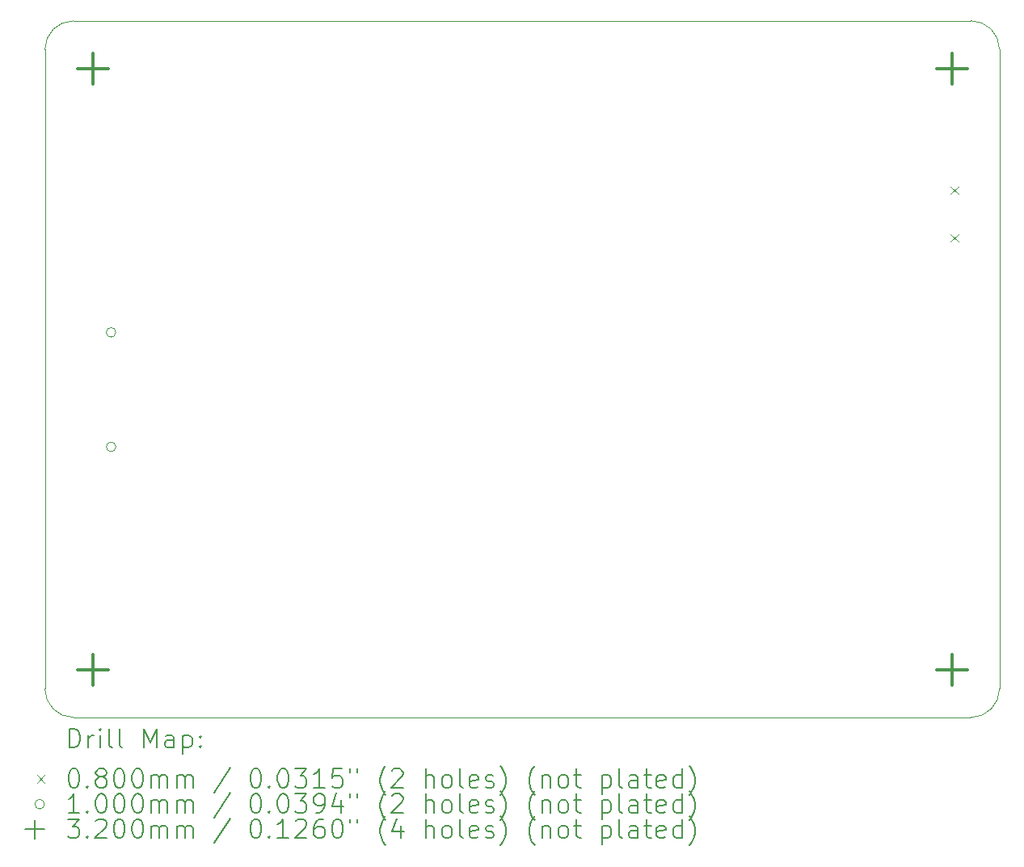
<source format=gbr>
%TF.GenerationSoftware,KiCad,Pcbnew,7.0.9*%
%TF.CreationDate,2023-12-02T16:20:18-07:00*%
%TF.ProjectId,Fuel_Cell_Controller_Prototype,4675656c-5f43-4656-9c6c-5f436f6e7472,V1.0*%
%TF.SameCoordinates,Original*%
%TF.FileFunction,Drillmap*%
%TF.FilePolarity,Positive*%
%FSLAX45Y45*%
G04 Gerber Fmt 4.5, Leading zero omitted, Abs format (unit mm)*
G04 Created by KiCad (PCBNEW 7.0.9) date 2023-12-02 16:20:18*
%MOMM*%
%LPD*%
G01*
G04 APERTURE LIST*
%ADD10C,0.100000*%
%ADD11C,0.200000*%
%ADD12C,0.320000*%
G04 APERTURE END LIST*
D10*
X19900000Y-6600000D02*
G75*
G03*
X19600000Y-6300000I-300000J0D01*
G01*
X9900000Y-13300000D02*
G75*
G03*
X10200000Y-13600000I300000J0D01*
G01*
X9900000Y-13300000D02*
X9900000Y-6600000D01*
X10200000Y-6300000D02*
X19600000Y-6300000D01*
X19900000Y-6600000D02*
X19900000Y-13300000D01*
X10200000Y-6300000D02*
G75*
G03*
X9900000Y-6600000I0J-300000D01*
G01*
X19600000Y-13600000D02*
G75*
G03*
X19900000Y-13300000I0J300000D01*
G01*
X19600000Y-13600000D02*
X10200000Y-13600000D01*
D11*
D10*
X19387200Y-8034700D02*
X19467200Y-8114700D01*
X19467200Y-8034700D02*
X19387200Y-8114700D01*
X19387200Y-8534700D02*
X19467200Y-8614700D01*
X19467200Y-8534700D02*
X19387200Y-8614700D01*
X10642650Y-9565350D02*
G75*
G03*
X10642650Y-9565350I-50000J0D01*
G01*
X10642650Y-10765350D02*
G75*
G03*
X10642650Y-10765350I-50000J0D01*
G01*
D12*
X10400000Y-6640000D02*
X10400000Y-6960000D01*
X10240000Y-6800000D02*
X10560000Y-6800000D01*
X10400000Y-12940000D02*
X10400000Y-13260000D01*
X10240000Y-13100000D02*
X10560000Y-13100000D01*
X19400000Y-6640000D02*
X19400000Y-6960000D01*
X19240000Y-6800000D02*
X19560000Y-6800000D01*
X19400000Y-12940000D02*
X19400000Y-13260000D01*
X19240000Y-13100000D02*
X19560000Y-13100000D01*
D11*
X10155777Y-13916484D02*
X10155777Y-13716484D01*
X10155777Y-13716484D02*
X10203396Y-13716484D01*
X10203396Y-13716484D02*
X10231967Y-13726008D01*
X10231967Y-13726008D02*
X10251015Y-13745055D01*
X10251015Y-13745055D02*
X10260539Y-13764103D01*
X10260539Y-13764103D02*
X10270063Y-13802198D01*
X10270063Y-13802198D02*
X10270063Y-13830769D01*
X10270063Y-13830769D02*
X10260539Y-13868865D01*
X10260539Y-13868865D02*
X10251015Y-13887912D01*
X10251015Y-13887912D02*
X10231967Y-13906960D01*
X10231967Y-13906960D02*
X10203396Y-13916484D01*
X10203396Y-13916484D02*
X10155777Y-13916484D01*
X10355777Y-13916484D02*
X10355777Y-13783150D01*
X10355777Y-13821246D02*
X10365301Y-13802198D01*
X10365301Y-13802198D02*
X10374824Y-13792674D01*
X10374824Y-13792674D02*
X10393872Y-13783150D01*
X10393872Y-13783150D02*
X10412920Y-13783150D01*
X10479586Y-13916484D02*
X10479586Y-13783150D01*
X10479586Y-13716484D02*
X10470063Y-13726008D01*
X10470063Y-13726008D02*
X10479586Y-13735531D01*
X10479586Y-13735531D02*
X10489110Y-13726008D01*
X10489110Y-13726008D02*
X10479586Y-13716484D01*
X10479586Y-13716484D02*
X10479586Y-13735531D01*
X10603396Y-13916484D02*
X10584348Y-13906960D01*
X10584348Y-13906960D02*
X10574824Y-13887912D01*
X10574824Y-13887912D02*
X10574824Y-13716484D01*
X10708158Y-13916484D02*
X10689110Y-13906960D01*
X10689110Y-13906960D02*
X10679586Y-13887912D01*
X10679586Y-13887912D02*
X10679586Y-13716484D01*
X10936729Y-13916484D02*
X10936729Y-13716484D01*
X10936729Y-13716484D02*
X11003396Y-13859341D01*
X11003396Y-13859341D02*
X11070063Y-13716484D01*
X11070063Y-13716484D02*
X11070063Y-13916484D01*
X11251015Y-13916484D02*
X11251015Y-13811722D01*
X11251015Y-13811722D02*
X11241491Y-13792674D01*
X11241491Y-13792674D02*
X11222443Y-13783150D01*
X11222443Y-13783150D02*
X11184348Y-13783150D01*
X11184348Y-13783150D02*
X11165301Y-13792674D01*
X11251015Y-13906960D02*
X11231967Y-13916484D01*
X11231967Y-13916484D02*
X11184348Y-13916484D01*
X11184348Y-13916484D02*
X11165301Y-13906960D01*
X11165301Y-13906960D02*
X11155777Y-13887912D01*
X11155777Y-13887912D02*
X11155777Y-13868865D01*
X11155777Y-13868865D02*
X11165301Y-13849817D01*
X11165301Y-13849817D02*
X11184348Y-13840293D01*
X11184348Y-13840293D02*
X11231967Y-13840293D01*
X11231967Y-13840293D02*
X11251015Y-13830769D01*
X11346253Y-13783150D02*
X11346253Y-13983150D01*
X11346253Y-13792674D02*
X11365301Y-13783150D01*
X11365301Y-13783150D02*
X11403396Y-13783150D01*
X11403396Y-13783150D02*
X11422443Y-13792674D01*
X11422443Y-13792674D02*
X11431967Y-13802198D01*
X11431967Y-13802198D02*
X11441491Y-13821246D01*
X11441491Y-13821246D02*
X11441491Y-13878388D01*
X11441491Y-13878388D02*
X11431967Y-13897436D01*
X11431967Y-13897436D02*
X11422443Y-13906960D01*
X11422443Y-13906960D02*
X11403396Y-13916484D01*
X11403396Y-13916484D02*
X11365301Y-13916484D01*
X11365301Y-13916484D02*
X11346253Y-13906960D01*
X11527205Y-13897436D02*
X11536729Y-13906960D01*
X11536729Y-13906960D02*
X11527205Y-13916484D01*
X11527205Y-13916484D02*
X11517682Y-13906960D01*
X11517682Y-13906960D02*
X11527205Y-13897436D01*
X11527205Y-13897436D02*
X11527205Y-13916484D01*
X11527205Y-13792674D02*
X11536729Y-13802198D01*
X11536729Y-13802198D02*
X11527205Y-13811722D01*
X11527205Y-13811722D02*
X11517682Y-13802198D01*
X11517682Y-13802198D02*
X11527205Y-13792674D01*
X11527205Y-13792674D02*
X11527205Y-13811722D01*
D10*
X9815000Y-14205000D02*
X9895000Y-14285000D01*
X9895000Y-14205000D02*
X9815000Y-14285000D01*
D11*
X10193872Y-14136484D02*
X10212920Y-14136484D01*
X10212920Y-14136484D02*
X10231967Y-14146008D01*
X10231967Y-14146008D02*
X10241491Y-14155531D01*
X10241491Y-14155531D02*
X10251015Y-14174579D01*
X10251015Y-14174579D02*
X10260539Y-14212674D01*
X10260539Y-14212674D02*
X10260539Y-14260293D01*
X10260539Y-14260293D02*
X10251015Y-14298388D01*
X10251015Y-14298388D02*
X10241491Y-14317436D01*
X10241491Y-14317436D02*
X10231967Y-14326960D01*
X10231967Y-14326960D02*
X10212920Y-14336484D01*
X10212920Y-14336484D02*
X10193872Y-14336484D01*
X10193872Y-14336484D02*
X10174824Y-14326960D01*
X10174824Y-14326960D02*
X10165301Y-14317436D01*
X10165301Y-14317436D02*
X10155777Y-14298388D01*
X10155777Y-14298388D02*
X10146253Y-14260293D01*
X10146253Y-14260293D02*
X10146253Y-14212674D01*
X10146253Y-14212674D02*
X10155777Y-14174579D01*
X10155777Y-14174579D02*
X10165301Y-14155531D01*
X10165301Y-14155531D02*
X10174824Y-14146008D01*
X10174824Y-14146008D02*
X10193872Y-14136484D01*
X10346253Y-14317436D02*
X10355777Y-14326960D01*
X10355777Y-14326960D02*
X10346253Y-14336484D01*
X10346253Y-14336484D02*
X10336729Y-14326960D01*
X10336729Y-14326960D02*
X10346253Y-14317436D01*
X10346253Y-14317436D02*
X10346253Y-14336484D01*
X10470063Y-14222198D02*
X10451015Y-14212674D01*
X10451015Y-14212674D02*
X10441491Y-14203150D01*
X10441491Y-14203150D02*
X10431967Y-14184103D01*
X10431967Y-14184103D02*
X10431967Y-14174579D01*
X10431967Y-14174579D02*
X10441491Y-14155531D01*
X10441491Y-14155531D02*
X10451015Y-14146008D01*
X10451015Y-14146008D02*
X10470063Y-14136484D01*
X10470063Y-14136484D02*
X10508158Y-14136484D01*
X10508158Y-14136484D02*
X10527205Y-14146008D01*
X10527205Y-14146008D02*
X10536729Y-14155531D01*
X10536729Y-14155531D02*
X10546253Y-14174579D01*
X10546253Y-14174579D02*
X10546253Y-14184103D01*
X10546253Y-14184103D02*
X10536729Y-14203150D01*
X10536729Y-14203150D02*
X10527205Y-14212674D01*
X10527205Y-14212674D02*
X10508158Y-14222198D01*
X10508158Y-14222198D02*
X10470063Y-14222198D01*
X10470063Y-14222198D02*
X10451015Y-14231722D01*
X10451015Y-14231722D02*
X10441491Y-14241246D01*
X10441491Y-14241246D02*
X10431967Y-14260293D01*
X10431967Y-14260293D02*
X10431967Y-14298388D01*
X10431967Y-14298388D02*
X10441491Y-14317436D01*
X10441491Y-14317436D02*
X10451015Y-14326960D01*
X10451015Y-14326960D02*
X10470063Y-14336484D01*
X10470063Y-14336484D02*
X10508158Y-14336484D01*
X10508158Y-14336484D02*
X10527205Y-14326960D01*
X10527205Y-14326960D02*
X10536729Y-14317436D01*
X10536729Y-14317436D02*
X10546253Y-14298388D01*
X10546253Y-14298388D02*
X10546253Y-14260293D01*
X10546253Y-14260293D02*
X10536729Y-14241246D01*
X10536729Y-14241246D02*
X10527205Y-14231722D01*
X10527205Y-14231722D02*
X10508158Y-14222198D01*
X10670063Y-14136484D02*
X10689110Y-14136484D01*
X10689110Y-14136484D02*
X10708158Y-14146008D01*
X10708158Y-14146008D02*
X10717682Y-14155531D01*
X10717682Y-14155531D02*
X10727205Y-14174579D01*
X10727205Y-14174579D02*
X10736729Y-14212674D01*
X10736729Y-14212674D02*
X10736729Y-14260293D01*
X10736729Y-14260293D02*
X10727205Y-14298388D01*
X10727205Y-14298388D02*
X10717682Y-14317436D01*
X10717682Y-14317436D02*
X10708158Y-14326960D01*
X10708158Y-14326960D02*
X10689110Y-14336484D01*
X10689110Y-14336484D02*
X10670063Y-14336484D01*
X10670063Y-14336484D02*
X10651015Y-14326960D01*
X10651015Y-14326960D02*
X10641491Y-14317436D01*
X10641491Y-14317436D02*
X10631967Y-14298388D01*
X10631967Y-14298388D02*
X10622444Y-14260293D01*
X10622444Y-14260293D02*
X10622444Y-14212674D01*
X10622444Y-14212674D02*
X10631967Y-14174579D01*
X10631967Y-14174579D02*
X10641491Y-14155531D01*
X10641491Y-14155531D02*
X10651015Y-14146008D01*
X10651015Y-14146008D02*
X10670063Y-14136484D01*
X10860539Y-14136484D02*
X10879586Y-14136484D01*
X10879586Y-14136484D02*
X10898634Y-14146008D01*
X10898634Y-14146008D02*
X10908158Y-14155531D01*
X10908158Y-14155531D02*
X10917682Y-14174579D01*
X10917682Y-14174579D02*
X10927205Y-14212674D01*
X10927205Y-14212674D02*
X10927205Y-14260293D01*
X10927205Y-14260293D02*
X10917682Y-14298388D01*
X10917682Y-14298388D02*
X10908158Y-14317436D01*
X10908158Y-14317436D02*
X10898634Y-14326960D01*
X10898634Y-14326960D02*
X10879586Y-14336484D01*
X10879586Y-14336484D02*
X10860539Y-14336484D01*
X10860539Y-14336484D02*
X10841491Y-14326960D01*
X10841491Y-14326960D02*
X10831967Y-14317436D01*
X10831967Y-14317436D02*
X10822444Y-14298388D01*
X10822444Y-14298388D02*
X10812920Y-14260293D01*
X10812920Y-14260293D02*
X10812920Y-14212674D01*
X10812920Y-14212674D02*
X10822444Y-14174579D01*
X10822444Y-14174579D02*
X10831967Y-14155531D01*
X10831967Y-14155531D02*
X10841491Y-14146008D01*
X10841491Y-14146008D02*
X10860539Y-14136484D01*
X11012920Y-14336484D02*
X11012920Y-14203150D01*
X11012920Y-14222198D02*
X11022444Y-14212674D01*
X11022444Y-14212674D02*
X11041491Y-14203150D01*
X11041491Y-14203150D02*
X11070063Y-14203150D01*
X11070063Y-14203150D02*
X11089110Y-14212674D01*
X11089110Y-14212674D02*
X11098634Y-14231722D01*
X11098634Y-14231722D02*
X11098634Y-14336484D01*
X11098634Y-14231722D02*
X11108158Y-14212674D01*
X11108158Y-14212674D02*
X11127205Y-14203150D01*
X11127205Y-14203150D02*
X11155777Y-14203150D01*
X11155777Y-14203150D02*
X11174825Y-14212674D01*
X11174825Y-14212674D02*
X11184348Y-14231722D01*
X11184348Y-14231722D02*
X11184348Y-14336484D01*
X11279586Y-14336484D02*
X11279586Y-14203150D01*
X11279586Y-14222198D02*
X11289110Y-14212674D01*
X11289110Y-14212674D02*
X11308158Y-14203150D01*
X11308158Y-14203150D02*
X11336729Y-14203150D01*
X11336729Y-14203150D02*
X11355777Y-14212674D01*
X11355777Y-14212674D02*
X11365301Y-14231722D01*
X11365301Y-14231722D02*
X11365301Y-14336484D01*
X11365301Y-14231722D02*
X11374824Y-14212674D01*
X11374824Y-14212674D02*
X11393872Y-14203150D01*
X11393872Y-14203150D02*
X11422443Y-14203150D01*
X11422443Y-14203150D02*
X11441491Y-14212674D01*
X11441491Y-14212674D02*
X11451015Y-14231722D01*
X11451015Y-14231722D02*
X11451015Y-14336484D01*
X11841491Y-14126960D02*
X11670063Y-14384103D01*
X12098634Y-14136484D02*
X12117682Y-14136484D01*
X12117682Y-14136484D02*
X12136729Y-14146008D01*
X12136729Y-14146008D02*
X12146253Y-14155531D01*
X12146253Y-14155531D02*
X12155777Y-14174579D01*
X12155777Y-14174579D02*
X12165301Y-14212674D01*
X12165301Y-14212674D02*
X12165301Y-14260293D01*
X12165301Y-14260293D02*
X12155777Y-14298388D01*
X12155777Y-14298388D02*
X12146253Y-14317436D01*
X12146253Y-14317436D02*
X12136729Y-14326960D01*
X12136729Y-14326960D02*
X12117682Y-14336484D01*
X12117682Y-14336484D02*
X12098634Y-14336484D01*
X12098634Y-14336484D02*
X12079586Y-14326960D01*
X12079586Y-14326960D02*
X12070063Y-14317436D01*
X12070063Y-14317436D02*
X12060539Y-14298388D01*
X12060539Y-14298388D02*
X12051015Y-14260293D01*
X12051015Y-14260293D02*
X12051015Y-14212674D01*
X12051015Y-14212674D02*
X12060539Y-14174579D01*
X12060539Y-14174579D02*
X12070063Y-14155531D01*
X12070063Y-14155531D02*
X12079586Y-14146008D01*
X12079586Y-14146008D02*
X12098634Y-14136484D01*
X12251015Y-14317436D02*
X12260539Y-14326960D01*
X12260539Y-14326960D02*
X12251015Y-14336484D01*
X12251015Y-14336484D02*
X12241491Y-14326960D01*
X12241491Y-14326960D02*
X12251015Y-14317436D01*
X12251015Y-14317436D02*
X12251015Y-14336484D01*
X12384348Y-14136484D02*
X12403396Y-14136484D01*
X12403396Y-14136484D02*
X12422444Y-14146008D01*
X12422444Y-14146008D02*
X12431967Y-14155531D01*
X12431967Y-14155531D02*
X12441491Y-14174579D01*
X12441491Y-14174579D02*
X12451015Y-14212674D01*
X12451015Y-14212674D02*
X12451015Y-14260293D01*
X12451015Y-14260293D02*
X12441491Y-14298388D01*
X12441491Y-14298388D02*
X12431967Y-14317436D01*
X12431967Y-14317436D02*
X12422444Y-14326960D01*
X12422444Y-14326960D02*
X12403396Y-14336484D01*
X12403396Y-14336484D02*
X12384348Y-14336484D01*
X12384348Y-14336484D02*
X12365301Y-14326960D01*
X12365301Y-14326960D02*
X12355777Y-14317436D01*
X12355777Y-14317436D02*
X12346253Y-14298388D01*
X12346253Y-14298388D02*
X12336729Y-14260293D01*
X12336729Y-14260293D02*
X12336729Y-14212674D01*
X12336729Y-14212674D02*
X12346253Y-14174579D01*
X12346253Y-14174579D02*
X12355777Y-14155531D01*
X12355777Y-14155531D02*
X12365301Y-14146008D01*
X12365301Y-14146008D02*
X12384348Y-14136484D01*
X12517682Y-14136484D02*
X12641491Y-14136484D01*
X12641491Y-14136484D02*
X12574825Y-14212674D01*
X12574825Y-14212674D02*
X12603396Y-14212674D01*
X12603396Y-14212674D02*
X12622444Y-14222198D01*
X12622444Y-14222198D02*
X12631967Y-14231722D01*
X12631967Y-14231722D02*
X12641491Y-14250769D01*
X12641491Y-14250769D02*
X12641491Y-14298388D01*
X12641491Y-14298388D02*
X12631967Y-14317436D01*
X12631967Y-14317436D02*
X12622444Y-14326960D01*
X12622444Y-14326960D02*
X12603396Y-14336484D01*
X12603396Y-14336484D02*
X12546253Y-14336484D01*
X12546253Y-14336484D02*
X12527206Y-14326960D01*
X12527206Y-14326960D02*
X12517682Y-14317436D01*
X12831967Y-14336484D02*
X12717682Y-14336484D01*
X12774825Y-14336484D02*
X12774825Y-14136484D01*
X12774825Y-14136484D02*
X12755777Y-14165055D01*
X12755777Y-14165055D02*
X12736729Y-14184103D01*
X12736729Y-14184103D02*
X12717682Y-14193627D01*
X13012920Y-14136484D02*
X12917682Y-14136484D01*
X12917682Y-14136484D02*
X12908158Y-14231722D01*
X12908158Y-14231722D02*
X12917682Y-14222198D01*
X12917682Y-14222198D02*
X12936729Y-14212674D01*
X12936729Y-14212674D02*
X12984348Y-14212674D01*
X12984348Y-14212674D02*
X13003396Y-14222198D01*
X13003396Y-14222198D02*
X13012920Y-14231722D01*
X13012920Y-14231722D02*
X13022444Y-14250769D01*
X13022444Y-14250769D02*
X13022444Y-14298388D01*
X13022444Y-14298388D02*
X13012920Y-14317436D01*
X13012920Y-14317436D02*
X13003396Y-14326960D01*
X13003396Y-14326960D02*
X12984348Y-14336484D01*
X12984348Y-14336484D02*
X12936729Y-14336484D01*
X12936729Y-14336484D02*
X12917682Y-14326960D01*
X12917682Y-14326960D02*
X12908158Y-14317436D01*
X13098634Y-14136484D02*
X13098634Y-14174579D01*
X13174825Y-14136484D02*
X13174825Y-14174579D01*
X13470063Y-14412674D02*
X13460539Y-14403150D01*
X13460539Y-14403150D02*
X13441491Y-14374579D01*
X13441491Y-14374579D02*
X13431968Y-14355531D01*
X13431968Y-14355531D02*
X13422444Y-14326960D01*
X13422444Y-14326960D02*
X13412920Y-14279341D01*
X13412920Y-14279341D02*
X13412920Y-14241246D01*
X13412920Y-14241246D02*
X13422444Y-14193627D01*
X13422444Y-14193627D02*
X13431968Y-14165055D01*
X13431968Y-14165055D02*
X13441491Y-14146008D01*
X13441491Y-14146008D02*
X13460539Y-14117436D01*
X13460539Y-14117436D02*
X13470063Y-14107912D01*
X13536729Y-14155531D02*
X13546253Y-14146008D01*
X13546253Y-14146008D02*
X13565301Y-14136484D01*
X13565301Y-14136484D02*
X13612920Y-14136484D01*
X13612920Y-14136484D02*
X13631968Y-14146008D01*
X13631968Y-14146008D02*
X13641491Y-14155531D01*
X13641491Y-14155531D02*
X13651015Y-14174579D01*
X13651015Y-14174579D02*
X13651015Y-14193627D01*
X13651015Y-14193627D02*
X13641491Y-14222198D01*
X13641491Y-14222198D02*
X13527206Y-14336484D01*
X13527206Y-14336484D02*
X13651015Y-14336484D01*
X13889110Y-14336484D02*
X13889110Y-14136484D01*
X13974825Y-14336484D02*
X13974825Y-14231722D01*
X13974825Y-14231722D02*
X13965301Y-14212674D01*
X13965301Y-14212674D02*
X13946253Y-14203150D01*
X13946253Y-14203150D02*
X13917682Y-14203150D01*
X13917682Y-14203150D02*
X13898634Y-14212674D01*
X13898634Y-14212674D02*
X13889110Y-14222198D01*
X14098634Y-14336484D02*
X14079587Y-14326960D01*
X14079587Y-14326960D02*
X14070063Y-14317436D01*
X14070063Y-14317436D02*
X14060539Y-14298388D01*
X14060539Y-14298388D02*
X14060539Y-14241246D01*
X14060539Y-14241246D02*
X14070063Y-14222198D01*
X14070063Y-14222198D02*
X14079587Y-14212674D01*
X14079587Y-14212674D02*
X14098634Y-14203150D01*
X14098634Y-14203150D02*
X14127206Y-14203150D01*
X14127206Y-14203150D02*
X14146253Y-14212674D01*
X14146253Y-14212674D02*
X14155777Y-14222198D01*
X14155777Y-14222198D02*
X14165301Y-14241246D01*
X14165301Y-14241246D02*
X14165301Y-14298388D01*
X14165301Y-14298388D02*
X14155777Y-14317436D01*
X14155777Y-14317436D02*
X14146253Y-14326960D01*
X14146253Y-14326960D02*
X14127206Y-14336484D01*
X14127206Y-14336484D02*
X14098634Y-14336484D01*
X14279587Y-14336484D02*
X14260539Y-14326960D01*
X14260539Y-14326960D02*
X14251015Y-14307912D01*
X14251015Y-14307912D02*
X14251015Y-14136484D01*
X14431968Y-14326960D02*
X14412920Y-14336484D01*
X14412920Y-14336484D02*
X14374825Y-14336484D01*
X14374825Y-14336484D02*
X14355777Y-14326960D01*
X14355777Y-14326960D02*
X14346253Y-14307912D01*
X14346253Y-14307912D02*
X14346253Y-14231722D01*
X14346253Y-14231722D02*
X14355777Y-14212674D01*
X14355777Y-14212674D02*
X14374825Y-14203150D01*
X14374825Y-14203150D02*
X14412920Y-14203150D01*
X14412920Y-14203150D02*
X14431968Y-14212674D01*
X14431968Y-14212674D02*
X14441491Y-14231722D01*
X14441491Y-14231722D02*
X14441491Y-14250769D01*
X14441491Y-14250769D02*
X14346253Y-14269817D01*
X14517682Y-14326960D02*
X14536730Y-14336484D01*
X14536730Y-14336484D02*
X14574825Y-14336484D01*
X14574825Y-14336484D02*
X14593872Y-14326960D01*
X14593872Y-14326960D02*
X14603396Y-14307912D01*
X14603396Y-14307912D02*
X14603396Y-14298388D01*
X14603396Y-14298388D02*
X14593872Y-14279341D01*
X14593872Y-14279341D02*
X14574825Y-14269817D01*
X14574825Y-14269817D02*
X14546253Y-14269817D01*
X14546253Y-14269817D02*
X14527206Y-14260293D01*
X14527206Y-14260293D02*
X14517682Y-14241246D01*
X14517682Y-14241246D02*
X14517682Y-14231722D01*
X14517682Y-14231722D02*
X14527206Y-14212674D01*
X14527206Y-14212674D02*
X14546253Y-14203150D01*
X14546253Y-14203150D02*
X14574825Y-14203150D01*
X14574825Y-14203150D02*
X14593872Y-14212674D01*
X14670063Y-14412674D02*
X14679587Y-14403150D01*
X14679587Y-14403150D02*
X14698634Y-14374579D01*
X14698634Y-14374579D02*
X14708158Y-14355531D01*
X14708158Y-14355531D02*
X14717682Y-14326960D01*
X14717682Y-14326960D02*
X14727206Y-14279341D01*
X14727206Y-14279341D02*
X14727206Y-14241246D01*
X14727206Y-14241246D02*
X14717682Y-14193627D01*
X14717682Y-14193627D02*
X14708158Y-14165055D01*
X14708158Y-14165055D02*
X14698634Y-14146008D01*
X14698634Y-14146008D02*
X14679587Y-14117436D01*
X14679587Y-14117436D02*
X14670063Y-14107912D01*
X15031968Y-14412674D02*
X15022444Y-14403150D01*
X15022444Y-14403150D02*
X15003396Y-14374579D01*
X15003396Y-14374579D02*
X14993872Y-14355531D01*
X14993872Y-14355531D02*
X14984349Y-14326960D01*
X14984349Y-14326960D02*
X14974825Y-14279341D01*
X14974825Y-14279341D02*
X14974825Y-14241246D01*
X14974825Y-14241246D02*
X14984349Y-14193627D01*
X14984349Y-14193627D02*
X14993872Y-14165055D01*
X14993872Y-14165055D02*
X15003396Y-14146008D01*
X15003396Y-14146008D02*
X15022444Y-14117436D01*
X15022444Y-14117436D02*
X15031968Y-14107912D01*
X15108158Y-14203150D02*
X15108158Y-14336484D01*
X15108158Y-14222198D02*
X15117682Y-14212674D01*
X15117682Y-14212674D02*
X15136730Y-14203150D01*
X15136730Y-14203150D02*
X15165301Y-14203150D01*
X15165301Y-14203150D02*
X15184349Y-14212674D01*
X15184349Y-14212674D02*
X15193872Y-14231722D01*
X15193872Y-14231722D02*
X15193872Y-14336484D01*
X15317682Y-14336484D02*
X15298634Y-14326960D01*
X15298634Y-14326960D02*
X15289111Y-14317436D01*
X15289111Y-14317436D02*
X15279587Y-14298388D01*
X15279587Y-14298388D02*
X15279587Y-14241246D01*
X15279587Y-14241246D02*
X15289111Y-14222198D01*
X15289111Y-14222198D02*
X15298634Y-14212674D01*
X15298634Y-14212674D02*
X15317682Y-14203150D01*
X15317682Y-14203150D02*
X15346253Y-14203150D01*
X15346253Y-14203150D02*
X15365301Y-14212674D01*
X15365301Y-14212674D02*
X15374825Y-14222198D01*
X15374825Y-14222198D02*
X15384349Y-14241246D01*
X15384349Y-14241246D02*
X15384349Y-14298388D01*
X15384349Y-14298388D02*
X15374825Y-14317436D01*
X15374825Y-14317436D02*
X15365301Y-14326960D01*
X15365301Y-14326960D02*
X15346253Y-14336484D01*
X15346253Y-14336484D02*
X15317682Y-14336484D01*
X15441492Y-14203150D02*
X15517682Y-14203150D01*
X15470063Y-14136484D02*
X15470063Y-14307912D01*
X15470063Y-14307912D02*
X15479587Y-14326960D01*
X15479587Y-14326960D02*
X15498634Y-14336484D01*
X15498634Y-14336484D02*
X15517682Y-14336484D01*
X15736730Y-14203150D02*
X15736730Y-14403150D01*
X15736730Y-14212674D02*
X15755777Y-14203150D01*
X15755777Y-14203150D02*
X15793873Y-14203150D01*
X15793873Y-14203150D02*
X15812920Y-14212674D01*
X15812920Y-14212674D02*
X15822444Y-14222198D01*
X15822444Y-14222198D02*
X15831968Y-14241246D01*
X15831968Y-14241246D02*
X15831968Y-14298388D01*
X15831968Y-14298388D02*
X15822444Y-14317436D01*
X15822444Y-14317436D02*
X15812920Y-14326960D01*
X15812920Y-14326960D02*
X15793873Y-14336484D01*
X15793873Y-14336484D02*
X15755777Y-14336484D01*
X15755777Y-14336484D02*
X15736730Y-14326960D01*
X15946253Y-14336484D02*
X15927206Y-14326960D01*
X15927206Y-14326960D02*
X15917682Y-14307912D01*
X15917682Y-14307912D02*
X15917682Y-14136484D01*
X16108158Y-14336484D02*
X16108158Y-14231722D01*
X16108158Y-14231722D02*
X16098634Y-14212674D01*
X16098634Y-14212674D02*
X16079587Y-14203150D01*
X16079587Y-14203150D02*
X16041492Y-14203150D01*
X16041492Y-14203150D02*
X16022444Y-14212674D01*
X16108158Y-14326960D02*
X16089111Y-14336484D01*
X16089111Y-14336484D02*
X16041492Y-14336484D01*
X16041492Y-14336484D02*
X16022444Y-14326960D01*
X16022444Y-14326960D02*
X16012920Y-14307912D01*
X16012920Y-14307912D02*
X16012920Y-14288865D01*
X16012920Y-14288865D02*
X16022444Y-14269817D01*
X16022444Y-14269817D02*
X16041492Y-14260293D01*
X16041492Y-14260293D02*
X16089111Y-14260293D01*
X16089111Y-14260293D02*
X16108158Y-14250769D01*
X16174825Y-14203150D02*
X16251015Y-14203150D01*
X16203396Y-14136484D02*
X16203396Y-14307912D01*
X16203396Y-14307912D02*
X16212920Y-14326960D01*
X16212920Y-14326960D02*
X16231968Y-14336484D01*
X16231968Y-14336484D02*
X16251015Y-14336484D01*
X16393873Y-14326960D02*
X16374825Y-14336484D01*
X16374825Y-14336484D02*
X16336730Y-14336484D01*
X16336730Y-14336484D02*
X16317682Y-14326960D01*
X16317682Y-14326960D02*
X16308158Y-14307912D01*
X16308158Y-14307912D02*
X16308158Y-14231722D01*
X16308158Y-14231722D02*
X16317682Y-14212674D01*
X16317682Y-14212674D02*
X16336730Y-14203150D01*
X16336730Y-14203150D02*
X16374825Y-14203150D01*
X16374825Y-14203150D02*
X16393873Y-14212674D01*
X16393873Y-14212674D02*
X16403396Y-14231722D01*
X16403396Y-14231722D02*
X16403396Y-14250769D01*
X16403396Y-14250769D02*
X16308158Y-14269817D01*
X16574825Y-14336484D02*
X16574825Y-14136484D01*
X16574825Y-14326960D02*
X16555777Y-14336484D01*
X16555777Y-14336484D02*
X16517682Y-14336484D01*
X16517682Y-14336484D02*
X16498634Y-14326960D01*
X16498634Y-14326960D02*
X16489111Y-14317436D01*
X16489111Y-14317436D02*
X16479587Y-14298388D01*
X16479587Y-14298388D02*
X16479587Y-14241246D01*
X16479587Y-14241246D02*
X16489111Y-14222198D01*
X16489111Y-14222198D02*
X16498634Y-14212674D01*
X16498634Y-14212674D02*
X16517682Y-14203150D01*
X16517682Y-14203150D02*
X16555777Y-14203150D01*
X16555777Y-14203150D02*
X16574825Y-14212674D01*
X16651015Y-14412674D02*
X16660539Y-14403150D01*
X16660539Y-14403150D02*
X16679587Y-14374579D01*
X16679587Y-14374579D02*
X16689111Y-14355531D01*
X16689111Y-14355531D02*
X16698634Y-14326960D01*
X16698634Y-14326960D02*
X16708158Y-14279341D01*
X16708158Y-14279341D02*
X16708158Y-14241246D01*
X16708158Y-14241246D02*
X16698634Y-14193627D01*
X16698634Y-14193627D02*
X16689111Y-14165055D01*
X16689111Y-14165055D02*
X16679587Y-14146008D01*
X16679587Y-14146008D02*
X16660539Y-14117436D01*
X16660539Y-14117436D02*
X16651015Y-14107912D01*
D10*
X9895000Y-14509000D02*
G75*
G03*
X9895000Y-14509000I-50000J0D01*
G01*
D11*
X10260539Y-14600484D02*
X10146253Y-14600484D01*
X10203396Y-14600484D02*
X10203396Y-14400484D01*
X10203396Y-14400484D02*
X10184348Y-14429055D01*
X10184348Y-14429055D02*
X10165301Y-14448103D01*
X10165301Y-14448103D02*
X10146253Y-14457627D01*
X10346253Y-14581436D02*
X10355777Y-14590960D01*
X10355777Y-14590960D02*
X10346253Y-14600484D01*
X10346253Y-14600484D02*
X10336729Y-14590960D01*
X10336729Y-14590960D02*
X10346253Y-14581436D01*
X10346253Y-14581436D02*
X10346253Y-14600484D01*
X10479586Y-14400484D02*
X10498634Y-14400484D01*
X10498634Y-14400484D02*
X10517682Y-14410008D01*
X10517682Y-14410008D02*
X10527205Y-14419531D01*
X10527205Y-14419531D02*
X10536729Y-14438579D01*
X10536729Y-14438579D02*
X10546253Y-14476674D01*
X10546253Y-14476674D02*
X10546253Y-14524293D01*
X10546253Y-14524293D02*
X10536729Y-14562388D01*
X10536729Y-14562388D02*
X10527205Y-14581436D01*
X10527205Y-14581436D02*
X10517682Y-14590960D01*
X10517682Y-14590960D02*
X10498634Y-14600484D01*
X10498634Y-14600484D02*
X10479586Y-14600484D01*
X10479586Y-14600484D02*
X10460539Y-14590960D01*
X10460539Y-14590960D02*
X10451015Y-14581436D01*
X10451015Y-14581436D02*
X10441491Y-14562388D01*
X10441491Y-14562388D02*
X10431967Y-14524293D01*
X10431967Y-14524293D02*
X10431967Y-14476674D01*
X10431967Y-14476674D02*
X10441491Y-14438579D01*
X10441491Y-14438579D02*
X10451015Y-14419531D01*
X10451015Y-14419531D02*
X10460539Y-14410008D01*
X10460539Y-14410008D02*
X10479586Y-14400484D01*
X10670063Y-14400484D02*
X10689110Y-14400484D01*
X10689110Y-14400484D02*
X10708158Y-14410008D01*
X10708158Y-14410008D02*
X10717682Y-14419531D01*
X10717682Y-14419531D02*
X10727205Y-14438579D01*
X10727205Y-14438579D02*
X10736729Y-14476674D01*
X10736729Y-14476674D02*
X10736729Y-14524293D01*
X10736729Y-14524293D02*
X10727205Y-14562388D01*
X10727205Y-14562388D02*
X10717682Y-14581436D01*
X10717682Y-14581436D02*
X10708158Y-14590960D01*
X10708158Y-14590960D02*
X10689110Y-14600484D01*
X10689110Y-14600484D02*
X10670063Y-14600484D01*
X10670063Y-14600484D02*
X10651015Y-14590960D01*
X10651015Y-14590960D02*
X10641491Y-14581436D01*
X10641491Y-14581436D02*
X10631967Y-14562388D01*
X10631967Y-14562388D02*
X10622444Y-14524293D01*
X10622444Y-14524293D02*
X10622444Y-14476674D01*
X10622444Y-14476674D02*
X10631967Y-14438579D01*
X10631967Y-14438579D02*
X10641491Y-14419531D01*
X10641491Y-14419531D02*
X10651015Y-14410008D01*
X10651015Y-14410008D02*
X10670063Y-14400484D01*
X10860539Y-14400484D02*
X10879586Y-14400484D01*
X10879586Y-14400484D02*
X10898634Y-14410008D01*
X10898634Y-14410008D02*
X10908158Y-14419531D01*
X10908158Y-14419531D02*
X10917682Y-14438579D01*
X10917682Y-14438579D02*
X10927205Y-14476674D01*
X10927205Y-14476674D02*
X10927205Y-14524293D01*
X10927205Y-14524293D02*
X10917682Y-14562388D01*
X10917682Y-14562388D02*
X10908158Y-14581436D01*
X10908158Y-14581436D02*
X10898634Y-14590960D01*
X10898634Y-14590960D02*
X10879586Y-14600484D01*
X10879586Y-14600484D02*
X10860539Y-14600484D01*
X10860539Y-14600484D02*
X10841491Y-14590960D01*
X10841491Y-14590960D02*
X10831967Y-14581436D01*
X10831967Y-14581436D02*
X10822444Y-14562388D01*
X10822444Y-14562388D02*
X10812920Y-14524293D01*
X10812920Y-14524293D02*
X10812920Y-14476674D01*
X10812920Y-14476674D02*
X10822444Y-14438579D01*
X10822444Y-14438579D02*
X10831967Y-14419531D01*
X10831967Y-14419531D02*
X10841491Y-14410008D01*
X10841491Y-14410008D02*
X10860539Y-14400484D01*
X11012920Y-14600484D02*
X11012920Y-14467150D01*
X11012920Y-14486198D02*
X11022444Y-14476674D01*
X11022444Y-14476674D02*
X11041491Y-14467150D01*
X11041491Y-14467150D02*
X11070063Y-14467150D01*
X11070063Y-14467150D02*
X11089110Y-14476674D01*
X11089110Y-14476674D02*
X11098634Y-14495722D01*
X11098634Y-14495722D02*
X11098634Y-14600484D01*
X11098634Y-14495722D02*
X11108158Y-14476674D01*
X11108158Y-14476674D02*
X11127205Y-14467150D01*
X11127205Y-14467150D02*
X11155777Y-14467150D01*
X11155777Y-14467150D02*
X11174825Y-14476674D01*
X11174825Y-14476674D02*
X11184348Y-14495722D01*
X11184348Y-14495722D02*
X11184348Y-14600484D01*
X11279586Y-14600484D02*
X11279586Y-14467150D01*
X11279586Y-14486198D02*
X11289110Y-14476674D01*
X11289110Y-14476674D02*
X11308158Y-14467150D01*
X11308158Y-14467150D02*
X11336729Y-14467150D01*
X11336729Y-14467150D02*
X11355777Y-14476674D01*
X11355777Y-14476674D02*
X11365301Y-14495722D01*
X11365301Y-14495722D02*
X11365301Y-14600484D01*
X11365301Y-14495722D02*
X11374824Y-14476674D01*
X11374824Y-14476674D02*
X11393872Y-14467150D01*
X11393872Y-14467150D02*
X11422443Y-14467150D01*
X11422443Y-14467150D02*
X11441491Y-14476674D01*
X11441491Y-14476674D02*
X11451015Y-14495722D01*
X11451015Y-14495722D02*
X11451015Y-14600484D01*
X11841491Y-14390960D02*
X11670063Y-14648103D01*
X12098634Y-14400484D02*
X12117682Y-14400484D01*
X12117682Y-14400484D02*
X12136729Y-14410008D01*
X12136729Y-14410008D02*
X12146253Y-14419531D01*
X12146253Y-14419531D02*
X12155777Y-14438579D01*
X12155777Y-14438579D02*
X12165301Y-14476674D01*
X12165301Y-14476674D02*
X12165301Y-14524293D01*
X12165301Y-14524293D02*
X12155777Y-14562388D01*
X12155777Y-14562388D02*
X12146253Y-14581436D01*
X12146253Y-14581436D02*
X12136729Y-14590960D01*
X12136729Y-14590960D02*
X12117682Y-14600484D01*
X12117682Y-14600484D02*
X12098634Y-14600484D01*
X12098634Y-14600484D02*
X12079586Y-14590960D01*
X12079586Y-14590960D02*
X12070063Y-14581436D01*
X12070063Y-14581436D02*
X12060539Y-14562388D01*
X12060539Y-14562388D02*
X12051015Y-14524293D01*
X12051015Y-14524293D02*
X12051015Y-14476674D01*
X12051015Y-14476674D02*
X12060539Y-14438579D01*
X12060539Y-14438579D02*
X12070063Y-14419531D01*
X12070063Y-14419531D02*
X12079586Y-14410008D01*
X12079586Y-14410008D02*
X12098634Y-14400484D01*
X12251015Y-14581436D02*
X12260539Y-14590960D01*
X12260539Y-14590960D02*
X12251015Y-14600484D01*
X12251015Y-14600484D02*
X12241491Y-14590960D01*
X12241491Y-14590960D02*
X12251015Y-14581436D01*
X12251015Y-14581436D02*
X12251015Y-14600484D01*
X12384348Y-14400484D02*
X12403396Y-14400484D01*
X12403396Y-14400484D02*
X12422444Y-14410008D01*
X12422444Y-14410008D02*
X12431967Y-14419531D01*
X12431967Y-14419531D02*
X12441491Y-14438579D01*
X12441491Y-14438579D02*
X12451015Y-14476674D01*
X12451015Y-14476674D02*
X12451015Y-14524293D01*
X12451015Y-14524293D02*
X12441491Y-14562388D01*
X12441491Y-14562388D02*
X12431967Y-14581436D01*
X12431967Y-14581436D02*
X12422444Y-14590960D01*
X12422444Y-14590960D02*
X12403396Y-14600484D01*
X12403396Y-14600484D02*
X12384348Y-14600484D01*
X12384348Y-14600484D02*
X12365301Y-14590960D01*
X12365301Y-14590960D02*
X12355777Y-14581436D01*
X12355777Y-14581436D02*
X12346253Y-14562388D01*
X12346253Y-14562388D02*
X12336729Y-14524293D01*
X12336729Y-14524293D02*
X12336729Y-14476674D01*
X12336729Y-14476674D02*
X12346253Y-14438579D01*
X12346253Y-14438579D02*
X12355777Y-14419531D01*
X12355777Y-14419531D02*
X12365301Y-14410008D01*
X12365301Y-14410008D02*
X12384348Y-14400484D01*
X12517682Y-14400484D02*
X12641491Y-14400484D01*
X12641491Y-14400484D02*
X12574825Y-14476674D01*
X12574825Y-14476674D02*
X12603396Y-14476674D01*
X12603396Y-14476674D02*
X12622444Y-14486198D01*
X12622444Y-14486198D02*
X12631967Y-14495722D01*
X12631967Y-14495722D02*
X12641491Y-14514769D01*
X12641491Y-14514769D02*
X12641491Y-14562388D01*
X12641491Y-14562388D02*
X12631967Y-14581436D01*
X12631967Y-14581436D02*
X12622444Y-14590960D01*
X12622444Y-14590960D02*
X12603396Y-14600484D01*
X12603396Y-14600484D02*
X12546253Y-14600484D01*
X12546253Y-14600484D02*
X12527206Y-14590960D01*
X12527206Y-14590960D02*
X12517682Y-14581436D01*
X12736729Y-14600484D02*
X12774825Y-14600484D01*
X12774825Y-14600484D02*
X12793872Y-14590960D01*
X12793872Y-14590960D02*
X12803396Y-14581436D01*
X12803396Y-14581436D02*
X12822444Y-14552865D01*
X12822444Y-14552865D02*
X12831967Y-14514769D01*
X12831967Y-14514769D02*
X12831967Y-14438579D01*
X12831967Y-14438579D02*
X12822444Y-14419531D01*
X12822444Y-14419531D02*
X12812920Y-14410008D01*
X12812920Y-14410008D02*
X12793872Y-14400484D01*
X12793872Y-14400484D02*
X12755777Y-14400484D01*
X12755777Y-14400484D02*
X12736729Y-14410008D01*
X12736729Y-14410008D02*
X12727206Y-14419531D01*
X12727206Y-14419531D02*
X12717682Y-14438579D01*
X12717682Y-14438579D02*
X12717682Y-14486198D01*
X12717682Y-14486198D02*
X12727206Y-14505246D01*
X12727206Y-14505246D02*
X12736729Y-14514769D01*
X12736729Y-14514769D02*
X12755777Y-14524293D01*
X12755777Y-14524293D02*
X12793872Y-14524293D01*
X12793872Y-14524293D02*
X12812920Y-14514769D01*
X12812920Y-14514769D02*
X12822444Y-14505246D01*
X12822444Y-14505246D02*
X12831967Y-14486198D01*
X13003396Y-14467150D02*
X13003396Y-14600484D01*
X12955777Y-14390960D02*
X12908158Y-14533817D01*
X12908158Y-14533817D02*
X13031967Y-14533817D01*
X13098634Y-14400484D02*
X13098634Y-14438579D01*
X13174825Y-14400484D02*
X13174825Y-14438579D01*
X13470063Y-14676674D02*
X13460539Y-14667150D01*
X13460539Y-14667150D02*
X13441491Y-14638579D01*
X13441491Y-14638579D02*
X13431968Y-14619531D01*
X13431968Y-14619531D02*
X13422444Y-14590960D01*
X13422444Y-14590960D02*
X13412920Y-14543341D01*
X13412920Y-14543341D02*
X13412920Y-14505246D01*
X13412920Y-14505246D02*
X13422444Y-14457627D01*
X13422444Y-14457627D02*
X13431968Y-14429055D01*
X13431968Y-14429055D02*
X13441491Y-14410008D01*
X13441491Y-14410008D02*
X13460539Y-14381436D01*
X13460539Y-14381436D02*
X13470063Y-14371912D01*
X13536729Y-14419531D02*
X13546253Y-14410008D01*
X13546253Y-14410008D02*
X13565301Y-14400484D01*
X13565301Y-14400484D02*
X13612920Y-14400484D01*
X13612920Y-14400484D02*
X13631968Y-14410008D01*
X13631968Y-14410008D02*
X13641491Y-14419531D01*
X13641491Y-14419531D02*
X13651015Y-14438579D01*
X13651015Y-14438579D02*
X13651015Y-14457627D01*
X13651015Y-14457627D02*
X13641491Y-14486198D01*
X13641491Y-14486198D02*
X13527206Y-14600484D01*
X13527206Y-14600484D02*
X13651015Y-14600484D01*
X13889110Y-14600484D02*
X13889110Y-14400484D01*
X13974825Y-14600484D02*
X13974825Y-14495722D01*
X13974825Y-14495722D02*
X13965301Y-14476674D01*
X13965301Y-14476674D02*
X13946253Y-14467150D01*
X13946253Y-14467150D02*
X13917682Y-14467150D01*
X13917682Y-14467150D02*
X13898634Y-14476674D01*
X13898634Y-14476674D02*
X13889110Y-14486198D01*
X14098634Y-14600484D02*
X14079587Y-14590960D01*
X14079587Y-14590960D02*
X14070063Y-14581436D01*
X14070063Y-14581436D02*
X14060539Y-14562388D01*
X14060539Y-14562388D02*
X14060539Y-14505246D01*
X14060539Y-14505246D02*
X14070063Y-14486198D01*
X14070063Y-14486198D02*
X14079587Y-14476674D01*
X14079587Y-14476674D02*
X14098634Y-14467150D01*
X14098634Y-14467150D02*
X14127206Y-14467150D01*
X14127206Y-14467150D02*
X14146253Y-14476674D01*
X14146253Y-14476674D02*
X14155777Y-14486198D01*
X14155777Y-14486198D02*
X14165301Y-14505246D01*
X14165301Y-14505246D02*
X14165301Y-14562388D01*
X14165301Y-14562388D02*
X14155777Y-14581436D01*
X14155777Y-14581436D02*
X14146253Y-14590960D01*
X14146253Y-14590960D02*
X14127206Y-14600484D01*
X14127206Y-14600484D02*
X14098634Y-14600484D01*
X14279587Y-14600484D02*
X14260539Y-14590960D01*
X14260539Y-14590960D02*
X14251015Y-14571912D01*
X14251015Y-14571912D02*
X14251015Y-14400484D01*
X14431968Y-14590960D02*
X14412920Y-14600484D01*
X14412920Y-14600484D02*
X14374825Y-14600484D01*
X14374825Y-14600484D02*
X14355777Y-14590960D01*
X14355777Y-14590960D02*
X14346253Y-14571912D01*
X14346253Y-14571912D02*
X14346253Y-14495722D01*
X14346253Y-14495722D02*
X14355777Y-14476674D01*
X14355777Y-14476674D02*
X14374825Y-14467150D01*
X14374825Y-14467150D02*
X14412920Y-14467150D01*
X14412920Y-14467150D02*
X14431968Y-14476674D01*
X14431968Y-14476674D02*
X14441491Y-14495722D01*
X14441491Y-14495722D02*
X14441491Y-14514769D01*
X14441491Y-14514769D02*
X14346253Y-14533817D01*
X14517682Y-14590960D02*
X14536730Y-14600484D01*
X14536730Y-14600484D02*
X14574825Y-14600484D01*
X14574825Y-14600484D02*
X14593872Y-14590960D01*
X14593872Y-14590960D02*
X14603396Y-14571912D01*
X14603396Y-14571912D02*
X14603396Y-14562388D01*
X14603396Y-14562388D02*
X14593872Y-14543341D01*
X14593872Y-14543341D02*
X14574825Y-14533817D01*
X14574825Y-14533817D02*
X14546253Y-14533817D01*
X14546253Y-14533817D02*
X14527206Y-14524293D01*
X14527206Y-14524293D02*
X14517682Y-14505246D01*
X14517682Y-14505246D02*
X14517682Y-14495722D01*
X14517682Y-14495722D02*
X14527206Y-14476674D01*
X14527206Y-14476674D02*
X14546253Y-14467150D01*
X14546253Y-14467150D02*
X14574825Y-14467150D01*
X14574825Y-14467150D02*
X14593872Y-14476674D01*
X14670063Y-14676674D02*
X14679587Y-14667150D01*
X14679587Y-14667150D02*
X14698634Y-14638579D01*
X14698634Y-14638579D02*
X14708158Y-14619531D01*
X14708158Y-14619531D02*
X14717682Y-14590960D01*
X14717682Y-14590960D02*
X14727206Y-14543341D01*
X14727206Y-14543341D02*
X14727206Y-14505246D01*
X14727206Y-14505246D02*
X14717682Y-14457627D01*
X14717682Y-14457627D02*
X14708158Y-14429055D01*
X14708158Y-14429055D02*
X14698634Y-14410008D01*
X14698634Y-14410008D02*
X14679587Y-14381436D01*
X14679587Y-14381436D02*
X14670063Y-14371912D01*
X15031968Y-14676674D02*
X15022444Y-14667150D01*
X15022444Y-14667150D02*
X15003396Y-14638579D01*
X15003396Y-14638579D02*
X14993872Y-14619531D01*
X14993872Y-14619531D02*
X14984349Y-14590960D01*
X14984349Y-14590960D02*
X14974825Y-14543341D01*
X14974825Y-14543341D02*
X14974825Y-14505246D01*
X14974825Y-14505246D02*
X14984349Y-14457627D01*
X14984349Y-14457627D02*
X14993872Y-14429055D01*
X14993872Y-14429055D02*
X15003396Y-14410008D01*
X15003396Y-14410008D02*
X15022444Y-14381436D01*
X15022444Y-14381436D02*
X15031968Y-14371912D01*
X15108158Y-14467150D02*
X15108158Y-14600484D01*
X15108158Y-14486198D02*
X15117682Y-14476674D01*
X15117682Y-14476674D02*
X15136730Y-14467150D01*
X15136730Y-14467150D02*
X15165301Y-14467150D01*
X15165301Y-14467150D02*
X15184349Y-14476674D01*
X15184349Y-14476674D02*
X15193872Y-14495722D01*
X15193872Y-14495722D02*
X15193872Y-14600484D01*
X15317682Y-14600484D02*
X15298634Y-14590960D01*
X15298634Y-14590960D02*
X15289111Y-14581436D01*
X15289111Y-14581436D02*
X15279587Y-14562388D01*
X15279587Y-14562388D02*
X15279587Y-14505246D01*
X15279587Y-14505246D02*
X15289111Y-14486198D01*
X15289111Y-14486198D02*
X15298634Y-14476674D01*
X15298634Y-14476674D02*
X15317682Y-14467150D01*
X15317682Y-14467150D02*
X15346253Y-14467150D01*
X15346253Y-14467150D02*
X15365301Y-14476674D01*
X15365301Y-14476674D02*
X15374825Y-14486198D01*
X15374825Y-14486198D02*
X15384349Y-14505246D01*
X15384349Y-14505246D02*
X15384349Y-14562388D01*
X15384349Y-14562388D02*
X15374825Y-14581436D01*
X15374825Y-14581436D02*
X15365301Y-14590960D01*
X15365301Y-14590960D02*
X15346253Y-14600484D01*
X15346253Y-14600484D02*
X15317682Y-14600484D01*
X15441492Y-14467150D02*
X15517682Y-14467150D01*
X15470063Y-14400484D02*
X15470063Y-14571912D01*
X15470063Y-14571912D02*
X15479587Y-14590960D01*
X15479587Y-14590960D02*
X15498634Y-14600484D01*
X15498634Y-14600484D02*
X15517682Y-14600484D01*
X15736730Y-14467150D02*
X15736730Y-14667150D01*
X15736730Y-14476674D02*
X15755777Y-14467150D01*
X15755777Y-14467150D02*
X15793873Y-14467150D01*
X15793873Y-14467150D02*
X15812920Y-14476674D01*
X15812920Y-14476674D02*
X15822444Y-14486198D01*
X15822444Y-14486198D02*
X15831968Y-14505246D01*
X15831968Y-14505246D02*
X15831968Y-14562388D01*
X15831968Y-14562388D02*
X15822444Y-14581436D01*
X15822444Y-14581436D02*
X15812920Y-14590960D01*
X15812920Y-14590960D02*
X15793873Y-14600484D01*
X15793873Y-14600484D02*
X15755777Y-14600484D01*
X15755777Y-14600484D02*
X15736730Y-14590960D01*
X15946253Y-14600484D02*
X15927206Y-14590960D01*
X15927206Y-14590960D02*
X15917682Y-14571912D01*
X15917682Y-14571912D02*
X15917682Y-14400484D01*
X16108158Y-14600484D02*
X16108158Y-14495722D01*
X16108158Y-14495722D02*
X16098634Y-14476674D01*
X16098634Y-14476674D02*
X16079587Y-14467150D01*
X16079587Y-14467150D02*
X16041492Y-14467150D01*
X16041492Y-14467150D02*
X16022444Y-14476674D01*
X16108158Y-14590960D02*
X16089111Y-14600484D01*
X16089111Y-14600484D02*
X16041492Y-14600484D01*
X16041492Y-14600484D02*
X16022444Y-14590960D01*
X16022444Y-14590960D02*
X16012920Y-14571912D01*
X16012920Y-14571912D02*
X16012920Y-14552865D01*
X16012920Y-14552865D02*
X16022444Y-14533817D01*
X16022444Y-14533817D02*
X16041492Y-14524293D01*
X16041492Y-14524293D02*
X16089111Y-14524293D01*
X16089111Y-14524293D02*
X16108158Y-14514769D01*
X16174825Y-14467150D02*
X16251015Y-14467150D01*
X16203396Y-14400484D02*
X16203396Y-14571912D01*
X16203396Y-14571912D02*
X16212920Y-14590960D01*
X16212920Y-14590960D02*
X16231968Y-14600484D01*
X16231968Y-14600484D02*
X16251015Y-14600484D01*
X16393873Y-14590960D02*
X16374825Y-14600484D01*
X16374825Y-14600484D02*
X16336730Y-14600484D01*
X16336730Y-14600484D02*
X16317682Y-14590960D01*
X16317682Y-14590960D02*
X16308158Y-14571912D01*
X16308158Y-14571912D02*
X16308158Y-14495722D01*
X16308158Y-14495722D02*
X16317682Y-14476674D01*
X16317682Y-14476674D02*
X16336730Y-14467150D01*
X16336730Y-14467150D02*
X16374825Y-14467150D01*
X16374825Y-14467150D02*
X16393873Y-14476674D01*
X16393873Y-14476674D02*
X16403396Y-14495722D01*
X16403396Y-14495722D02*
X16403396Y-14514769D01*
X16403396Y-14514769D02*
X16308158Y-14533817D01*
X16574825Y-14600484D02*
X16574825Y-14400484D01*
X16574825Y-14590960D02*
X16555777Y-14600484D01*
X16555777Y-14600484D02*
X16517682Y-14600484D01*
X16517682Y-14600484D02*
X16498634Y-14590960D01*
X16498634Y-14590960D02*
X16489111Y-14581436D01*
X16489111Y-14581436D02*
X16479587Y-14562388D01*
X16479587Y-14562388D02*
X16479587Y-14505246D01*
X16479587Y-14505246D02*
X16489111Y-14486198D01*
X16489111Y-14486198D02*
X16498634Y-14476674D01*
X16498634Y-14476674D02*
X16517682Y-14467150D01*
X16517682Y-14467150D02*
X16555777Y-14467150D01*
X16555777Y-14467150D02*
X16574825Y-14476674D01*
X16651015Y-14676674D02*
X16660539Y-14667150D01*
X16660539Y-14667150D02*
X16679587Y-14638579D01*
X16679587Y-14638579D02*
X16689111Y-14619531D01*
X16689111Y-14619531D02*
X16698634Y-14590960D01*
X16698634Y-14590960D02*
X16708158Y-14543341D01*
X16708158Y-14543341D02*
X16708158Y-14505246D01*
X16708158Y-14505246D02*
X16698634Y-14457627D01*
X16698634Y-14457627D02*
X16689111Y-14429055D01*
X16689111Y-14429055D02*
X16679587Y-14410008D01*
X16679587Y-14410008D02*
X16660539Y-14381436D01*
X16660539Y-14381436D02*
X16651015Y-14371912D01*
X9795000Y-14673000D02*
X9795000Y-14873000D01*
X9695000Y-14773000D02*
X9895000Y-14773000D01*
X10136729Y-14664484D02*
X10260539Y-14664484D01*
X10260539Y-14664484D02*
X10193872Y-14740674D01*
X10193872Y-14740674D02*
X10222444Y-14740674D01*
X10222444Y-14740674D02*
X10241491Y-14750198D01*
X10241491Y-14750198D02*
X10251015Y-14759722D01*
X10251015Y-14759722D02*
X10260539Y-14778769D01*
X10260539Y-14778769D02*
X10260539Y-14826388D01*
X10260539Y-14826388D02*
X10251015Y-14845436D01*
X10251015Y-14845436D02*
X10241491Y-14854960D01*
X10241491Y-14854960D02*
X10222444Y-14864484D01*
X10222444Y-14864484D02*
X10165301Y-14864484D01*
X10165301Y-14864484D02*
X10146253Y-14854960D01*
X10146253Y-14854960D02*
X10136729Y-14845436D01*
X10346253Y-14845436D02*
X10355777Y-14854960D01*
X10355777Y-14854960D02*
X10346253Y-14864484D01*
X10346253Y-14864484D02*
X10336729Y-14854960D01*
X10336729Y-14854960D02*
X10346253Y-14845436D01*
X10346253Y-14845436D02*
X10346253Y-14864484D01*
X10431967Y-14683531D02*
X10441491Y-14674008D01*
X10441491Y-14674008D02*
X10460539Y-14664484D01*
X10460539Y-14664484D02*
X10508158Y-14664484D01*
X10508158Y-14664484D02*
X10527205Y-14674008D01*
X10527205Y-14674008D02*
X10536729Y-14683531D01*
X10536729Y-14683531D02*
X10546253Y-14702579D01*
X10546253Y-14702579D02*
X10546253Y-14721627D01*
X10546253Y-14721627D02*
X10536729Y-14750198D01*
X10536729Y-14750198D02*
X10422444Y-14864484D01*
X10422444Y-14864484D02*
X10546253Y-14864484D01*
X10670063Y-14664484D02*
X10689110Y-14664484D01*
X10689110Y-14664484D02*
X10708158Y-14674008D01*
X10708158Y-14674008D02*
X10717682Y-14683531D01*
X10717682Y-14683531D02*
X10727205Y-14702579D01*
X10727205Y-14702579D02*
X10736729Y-14740674D01*
X10736729Y-14740674D02*
X10736729Y-14788293D01*
X10736729Y-14788293D02*
X10727205Y-14826388D01*
X10727205Y-14826388D02*
X10717682Y-14845436D01*
X10717682Y-14845436D02*
X10708158Y-14854960D01*
X10708158Y-14854960D02*
X10689110Y-14864484D01*
X10689110Y-14864484D02*
X10670063Y-14864484D01*
X10670063Y-14864484D02*
X10651015Y-14854960D01*
X10651015Y-14854960D02*
X10641491Y-14845436D01*
X10641491Y-14845436D02*
X10631967Y-14826388D01*
X10631967Y-14826388D02*
X10622444Y-14788293D01*
X10622444Y-14788293D02*
X10622444Y-14740674D01*
X10622444Y-14740674D02*
X10631967Y-14702579D01*
X10631967Y-14702579D02*
X10641491Y-14683531D01*
X10641491Y-14683531D02*
X10651015Y-14674008D01*
X10651015Y-14674008D02*
X10670063Y-14664484D01*
X10860539Y-14664484D02*
X10879586Y-14664484D01*
X10879586Y-14664484D02*
X10898634Y-14674008D01*
X10898634Y-14674008D02*
X10908158Y-14683531D01*
X10908158Y-14683531D02*
X10917682Y-14702579D01*
X10917682Y-14702579D02*
X10927205Y-14740674D01*
X10927205Y-14740674D02*
X10927205Y-14788293D01*
X10927205Y-14788293D02*
X10917682Y-14826388D01*
X10917682Y-14826388D02*
X10908158Y-14845436D01*
X10908158Y-14845436D02*
X10898634Y-14854960D01*
X10898634Y-14854960D02*
X10879586Y-14864484D01*
X10879586Y-14864484D02*
X10860539Y-14864484D01*
X10860539Y-14864484D02*
X10841491Y-14854960D01*
X10841491Y-14854960D02*
X10831967Y-14845436D01*
X10831967Y-14845436D02*
X10822444Y-14826388D01*
X10822444Y-14826388D02*
X10812920Y-14788293D01*
X10812920Y-14788293D02*
X10812920Y-14740674D01*
X10812920Y-14740674D02*
X10822444Y-14702579D01*
X10822444Y-14702579D02*
X10831967Y-14683531D01*
X10831967Y-14683531D02*
X10841491Y-14674008D01*
X10841491Y-14674008D02*
X10860539Y-14664484D01*
X11012920Y-14864484D02*
X11012920Y-14731150D01*
X11012920Y-14750198D02*
X11022444Y-14740674D01*
X11022444Y-14740674D02*
X11041491Y-14731150D01*
X11041491Y-14731150D02*
X11070063Y-14731150D01*
X11070063Y-14731150D02*
X11089110Y-14740674D01*
X11089110Y-14740674D02*
X11098634Y-14759722D01*
X11098634Y-14759722D02*
X11098634Y-14864484D01*
X11098634Y-14759722D02*
X11108158Y-14740674D01*
X11108158Y-14740674D02*
X11127205Y-14731150D01*
X11127205Y-14731150D02*
X11155777Y-14731150D01*
X11155777Y-14731150D02*
X11174825Y-14740674D01*
X11174825Y-14740674D02*
X11184348Y-14759722D01*
X11184348Y-14759722D02*
X11184348Y-14864484D01*
X11279586Y-14864484D02*
X11279586Y-14731150D01*
X11279586Y-14750198D02*
X11289110Y-14740674D01*
X11289110Y-14740674D02*
X11308158Y-14731150D01*
X11308158Y-14731150D02*
X11336729Y-14731150D01*
X11336729Y-14731150D02*
X11355777Y-14740674D01*
X11355777Y-14740674D02*
X11365301Y-14759722D01*
X11365301Y-14759722D02*
X11365301Y-14864484D01*
X11365301Y-14759722D02*
X11374824Y-14740674D01*
X11374824Y-14740674D02*
X11393872Y-14731150D01*
X11393872Y-14731150D02*
X11422443Y-14731150D01*
X11422443Y-14731150D02*
X11441491Y-14740674D01*
X11441491Y-14740674D02*
X11451015Y-14759722D01*
X11451015Y-14759722D02*
X11451015Y-14864484D01*
X11841491Y-14654960D02*
X11670063Y-14912103D01*
X12098634Y-14664484D02*
X12117682Y-14664484D01*
X12117682Y-14664484D02*
X12136729Y-14674008D01*
X12136729Y-14674008D02*
X12146253Y-14683531D01*
X12146253Y-14683531D02*
X12155777Y-14702579D01*
X12155777Y-14702579D02*
X12165301Y-14740674D01*
X12165301Y-14740674D02*
X12165301Y-14788293D01*
X12165301Y-14788293D02*
X12155777Y-14826388D01*
X12155777Y-14826388D02*
X12146253Y-14845436D01*
X12146253Y-14845436D02*
X12136729Y-14854960D01*
X12136729Y-14854960D02*
X12117682Y-14864484D01*
X12117682Y-14864484D02*
X12098634Y-14864484D01*
X12098634Y-14864484D02*
X12079586Y-14854960D01*
X12079586Y-14854960D02*
X12070063Y-14845436D01*
X12070063Y-14845436D02*
X12060539Y-14826388D01*
X12060539Y-14826388D02*
X12051015Y-14788293D01*
X12051015Y-14788293D02*
X12051015Y-14740674D01*
X12051015Y-14740674D02*
X12060539Y-14702579D01*
X12060539Y-14702579D02*
X12070063Y-14683531D01*
X12070063Y-14683531D02*
X12079586Y-14674008D01*
X12079586Y-14674008D02*
X12098634Y-14664484D01*
X12251015Y-14845436D02*
X12260539Y-14854960D01*
X12260539Y-14854960D02*
X12251015Y-14864484D01*
X12251015Y-14864484D02*
X12241491Y-14854960D01*
X12241491Y-14854960D02*
X12251015Y-14845436D01*
X12251015Y-14845436D02*
X12251015Y-14864484D01*
X12451015Y-14864484D02*
X12336729Y-14864484D01*
X12393872Y-14864484D02*
X12393872Y-14664484D01*
X12393872Y-14664484D02*
X12374825Y-14693055D01*
X12374825Y-14693055D02*
X12355777Y-14712103D01*
X12355777Y-14712103D02*
X12336729Y-14721627D01*
X12527206Y-14683531D02*
X12536729Y-14674008D01*
X12536729Y-14674008D02*
X12555777Y-14664484D01*
X12555777Y-14664484D02*
X12603396Y-14664484D01*
X12603396Y-14664484D02*
X12622444Y-14674008D01*
X12622444Y-14674008D02*
X12631967Y-14683531D01*
X12631967Y-14683531D02*
X12641491Y-14702579D01*
X12641491Y-14702579D02*
X12641491Y-14721627D01*
X12641491Y-14721627D02*
X12631967Y-14750198D01*
X12631967Y-14750198D02*
X12517682Y-14864484D01*
X12517682Y-14864484D02*
X12641491Y-14864484D01*
X12812920Y-14664484D02*
X12774825Y-14664484D01*
X12774825Y-14664484D02*
X12755777Y-14674008D01*
X12755777Y-14674008D02*
X12746253Y-14683531D01*
X12746253Y-14683531D02*
X12727206Y-14712103D01*
X12727206Y-14712103D02*
X12717682Y-14750198D01*
X12717682Y-14750198D02*
X12717682Y-14826388D01*
X12717682Y-14826388D02*
X12727206Y-14845436D01*
X12727206Y-14845436D02*
X12736729Y-14854960D01*
X12736729Y-14854960D02*
X12755777Y-14864484D01*
X12755777Y-14864484D02*
X12793872Y-14864484D01*
X12793872Y-14864484D02*
X12812920Y-14854960D01*
X12812920Y-14854960D02*
X12822444Y-14845436D01*
X12822444Y-14845436D02*
X12831967Y-14826388D01*
X12831967Y-14826388D02*
X12831967Y-14778769D01*
X12831967Y-14778769D02*
X12822444Y-14759722D01*
X12822444Y-14759722D02*
X12812920Y-14750198D01*
X12812920Y-14750198D02*
X12793872Y-14740674D01*
X12793872Y-14740674D02*
X12755777Y-14740674D01*
X12755777Y-14740674D02*
X12736729Y-14750198D01*
X12736729Y-14750198D02*
X12727206Y-14759722D01*
X12727206Y-14759722D02*
X12717682Y-14778769D01*
X12955777Y-14664484D02*
X12974825Y-14664484D01*
X12974825Y-14664484D02*
X12993872Y-14674008D01*
X12993872Y-14674008D02*
X13003396Y-14683531D01*
X13003396Y-14683531D02*
X13012920Y-14702579D01*
X13012920Y-14702579D02*
X13022444Y-14740674D01*
X13022444Y-14740674D02*
X13022444Y-14788293D01*
X13022444Y-14788293D02*
X13012920Y-14826388D01*
X13012920Y-14826388D02*
X13003396Y-14845436D01*
X13003396Y-14845436D02*
X12993872Y-14854960D01*
X12993872Y-14854960D02*
X12974825Y-14864484D01*
X12974825Y-14864484D02*
X12955777Y-14864484D01*
X12955777Y-14864484D02*
X12936729Y-14854960D01*
X12936729Y-14854960D02*
X12927206Y-14845436D01*
X12927206Y-14845436D02*
X12917682Y-14826388D01*
X12917682Y-14826388D02*
X12908158Y-14788293D01*
X12908158Y-14788293D02*
X12908158Y-14740674D01*
X12908158Y-14740674D02*
X12917682Y-14702579D01*
X12917682Y-14702579D02*
X12927206Y-14683531D01*
X12927206Y-14683531D02*
X12936729Y-14674008D01*
X12936729Y-14674008D02*
X12955777Y-14664484D01*
X13098634Y-14664484D02*
X13098634Y-14702579D01*
X13174825Y-14664484D02*
X13174825Y-14702579D01*
X13470063Y-14940674D02*
X13460539Y-14931150D01*
X13460539Y-14931150D02*
X13441491Y-14902579D01*
X13441491Y-14902579D02*
X13431968Y-14883531D01*
X13431968Y-14883531D02*
X13422444Y-14854960D01*
X13422444Y-14854960D02*
X13412920Y-14807341D01*
X13412920Y-14807341D02*
X13412920Y-14769246D01*
X13412920Y-14769246D02*
X13422444Y-14721627D01*
X13422444Y-14721627D02*
X13431968Y-14693055D01*
X13431968Y-14693055D02*
X13441491Y-14674008D01*
X13441491Y-14674008D02*
X13460539Y-14645436D01*
X13460539Y-14645436D02*
X13470063Y-14635912D01*
X13631968Y-14731150D02*
X13631968Y-14864484D01*
X13584348Y-14654960D02*
X13536729Y-14797817D01*
X13536729Y-14797817D02*
X13660539Y-14797817D01*
X13889110Y-14864484D02*
X13889110Y-14664484D01*
X13974825Y-14864484D02*
X13974825Y-14759722D01*
X13974825Y-14759722D02*
X13965301Y-14740674D01*
X13965301Y-14740674D02*
X13946253Y-14731150D01*
X13946253Y-14731150D02*
X13917682Y-14731150D01*
X13917682Y-14731150D02*
X13898634Y-14740674D01*
X13898634Y-14740674D02*
X13889110Y-14750198D01*
X14098634Y-14864484D02*
X14079587Y-14854960D01*
X14079587Y-14854960D02*
X14070063Y-14845436D01*
X14070063Y-14845436D02*
X14060539Y-14826388D01*
X14060539Y-14826388D02*
X14060539Y-14769246D01*
X14060539Y-14769246D02*
X14070063Y-14750198D01*
X14070063Y-14750198D02*
X14079587Y-14740674D01*
X14079587Y-14740674D02*
X14098634Y-14731150D01*
X14098634Y-14731150D02*
X14127206Y-14731150D01*
X14127206Y-14731150D02*
X14146253Y-14740674D01*
X14146253Y-14740674D02*
X14155777Y-14750198D01*
X14155777Y-14750198D02*
X14165301Y-14769246D01*
X14165301Y-14769246D02*
X14165301Y-14826388D01*
X14165301Y-14826388D02*
X14155777Y-14845436D01*
X14155777Y-14845436D02*
X14146253Y-14854960D01*
X14146253Y-14854960D02*
X14127206Y-14864484D01*
X14127206Y-14864484D02*
X14098634Y-14864484D01*
X14279587Y-14864484D02*
X14260539Y-14854960D01*
X14260539Y-14854960D02*
X14251015Y-14835912D01*
X14251015Y-14835912D02*
X14251015Y-14664484D01*
X14431968Y-14854960D02*
X14412920Y-14864484D01*
X14412920Y-14864484D02*
X14374825Y-14864484D01*
X14374825Y-14864484D02*
X14355777Y-14854960D01*
X14355777Y-14854960D02*
X14346253Y-14835912D01*
X14346253Y-14835912D02*
X14346253Y-14759722D01*
X14346253Y-14759722D02*
X14355777Y-14740674D01*
X14355777Y-14740674D02*
X14374825Y-14731150D01*
X14374825Y-14731150D02*
X14412920Y-14731150D01*
X14412920Y-14731150D02*
X14431968Y-14740674D01*
X14431968Y-14740674D02*
X14441491Y-14759722D01*
X14441491Y-14759722D02*
X14441491Y-14778769D01*
X14441491Y-14778769D02*
X14346253Y-14797817D01*
X14517682Y-14854960D02*
X14536730Y-14864484D01*
X14536730Y-14864484D02*
X14574825Y-14864484D01*
X14574825Y-14864484D02*
X14593872Y-14854960D01*
X14593872Y-14854960D02*
X14603396Y-14835912D01*
X14603396Y-14835912D02*
X14603396Y-14826388D01*
X14603396Y-14826388D02*
X14593872Y-14807341D01*
X14593872Y-14807341D02*
X14574825Y-14797817D01*
X14574825Y-14797817D02*
X14546253Y-14797817D01*
X14546253Y-14797817D02*
X14527206Y-14788293D01*
X14527206Y-14788293D02*
X14517682Y-14769246D01*
X14517682Y-14769246D02*
X14517682Y-14759722D01*
X14517682Y-14759722D02*
X14527206Y-14740674D01*
X14527206Y-14740674D02*
X14546253Y-14731150D01*
X14546253Y-14731150D02*
X14574825Y-14731150D01*
X14574825Y-14731150D02*
X14593872Y-14740674D01*
X14670063Y-14940674D02*
X14679587Y-14931150D01*
X14679587Y-14931150D02*
X14698634Y-14902579D01*
X14698634Y-14902579D02*
X14708158Y-14883531D01*
X14708158Y-14883531D02*
X14717682Y-14854960D01*
X14717682Y-14854960D02*
X14727206Y-14807341D01*
X14727206Y-14807341D02*
X14727206Y-14769246D01*
X14727206Y-14769246D02*
X14717682Y-14721627D01*
X14717682Y-14721627D02*
X14708158Y-14693055D01*
X14708158Y-14693055D02*
X14698634Y-14674008D01*
X14698634Y-14674008D02*
X14679587Y-14645436D01*
X14679587Y-14645436D02*
X14670063Y-14635912D01*
X15031968Y-14940674D02*
X15022444Y-14931150D01*
X15022444Y-14931150D02*
X15003396Y-14902579D01*
X15003396Y-14902579D02*
X14993872Y-14883531D01*
X14993872Y-14883531D02*
X14984349Y-14854960D01*
X14984349Y-14854960D02*
X14974825Y-14807341D01*
X14974825Y-14807341D02*
X14974825Y-14769246D01*
X14974825Y-14769246D02*
X14984349Y-14721627D01*
X14984349Y-14721627D02*
X14993872Y-14693055D01*
X14993872Y-14693055D02*
X15003396Y-14674008D01*
X15003396Y-14674008D02*
X15022444Y-14645436D01*
X15022444Y-14645436D02*
X15031968Y-14635912D01*
X15108158Y-14731150D02*
X15108158Y-14864484D01*
X15108158Y-14750198D02*
X15117682Y-14740674D01*
X15117682Y-14740674D02*
X15136730Y-14731150D01*
X15136730Y-14731150D02*
X15165301Y-14731150D01*
X15165301Y-14731150D02*
X15184349Y-14740674D01*
X15184349Y-14740674D02*
X15193872Y-14759722D01*
X15193872Y-14759722D02*
X15193872Y-14864484D01*
X15317682Y-14864484D02*
X15298634Y-14854960D01*
X15298634Y-14854960D02*
X15289111Y-14845436D01*
X15289111Y-14845436D02*
X15279587Y-14826388D01*
X15279587Y-14826388D02*
X15279587Y-14769246D01*
X15279587Y-14769246D02*
X15289111Y-14750198D01*
X15289111Y-14750198D02*
X15298634Y-14740674D01*
X15298634Y-14740674D02*
X15317682Y-14731150D01*
X15317682Y-14731150D02*
X15346253Y-14731150D01*
X15346253Y-14731150D02*
X15365301Y-14740674D01*
X15365301Y-14740674D02*
X15374825Y-14750198D01*
X15374825Y-14750198D02*
X15384349Y-14769246D01*
X15384349Y-14769246D02*
X15384349Y-14826388D01*
X15384349Y-14826388D02*
X15374825Y-14845436D01*
X15374825Y-14845436D02*
X15365301Y-14854960D01*
X15365301Y-14854960D02*
X15346253Y-14864484D01*
X15346253Y-14864484D02*
X15317682Y-14864484D01*
X15441492Y-14731150D02*
X15517682Y-14731150D01*
X15470063Y-14664484D02*
X15470063Y-14835912D01*
X15470063Y-14835912D02*
X15479587Y-14854960D01*
X15479587Y-14854960D02*
X15498634Y-14864484D01*
X15498634Y-14864484D02*
X15517682Y-14864484D01*
X15736730Y-14731150D02*
X15736730Y-14931150D01*
X15736730Y-14740674D02*
X15755777Y-14731150D01*
X15755777Y-14731150D02*
X15793873Y-14731150D01*
X15793873Y-14731150D02*
X15812920Y-14740674D01*
X15812920Y-14740674D02*
X15822444Y-14750198D01*
X15822444Y-14750198D02*
X15831968Y-14769246D01*
X15831968Y-14769246D02*
X15831968Y-14826388D01*
X15831968Y-14826388D02*
X15822444Y-14845436D01*
X15822444Y-14845436D02*
X15812920Y-14854960D01*
X15812920Y-14854960D02*
X15793873Y-14864484D01*
X15793873Y-14864484D02*
X15755777Y-14864484D01*
X15755777Y-14864484D02*
X15736730Y-14854960D01*
X15946253Y-14864484D02*
X15927206Y-14854960D01*
X15927206Y-14854960D02*
X15917682Y-14835912D01*
X15917682Y-14835912D02*
X15917682Y-14664484D01*
X16108158Y-14864484D02*
X16108158Y-14759722D01*
X16108158Y-14759722D02*
X16098634Y-14740674D01*
X16098634Y-14740674D02*
X16079587Y-14731150D01*
X16079587Y-14731150D02*
X16041492Y-14731150D01*
X16041492Y-14731150D02*
X16022444Y-14740674D01*
X16108158Y-14854960D02*
X16089111Y-14864484D01*
X16089111Y-14864484D02*
X16041492Y-14864484D01*
X16041492Y-14864484D02*
X16022444Y-14854960D01*
X16022444Y-14854960D02*
X16012920Y-14835912D01*
X16012920Y-14835912D02*
X16012920Y-14816865D01*
X16012920Y-14816865D02*
X16022444Y-14797817D01*
X16022444Y-14797817D02*
X16041492Y-14788293D01*
X16041492Y-14788293D02*
X16089111Y-14788293D01*
X16089111Y-14788293D02*
X16108158Y-14778769D01*
X16174825Y-14731150D02*
X16251015Y-14731150D01*
X16203396Y-14664484D02*
X16203396Y-14835912D01*
X16203396Y-14835912D02*
X16212920Y-14854960D01*
X16212920Y-14854960D02*
X16231968Y-14864484D01*
X16231968Y-14864484D02*
X16251015Y-14864484D01*
X16393873Y-14854960D02*
X16374825Y-14864484D01*
X16374825Y-14864484D02*
X16336730Y-14864484D01*
X16336730Y-14864484D02*
X16317682Y-14854960D01*
X16317682Y-14854960D02*
X16308158Y-14835912D01*
X16308158Y-14835912D02*
X16308158Y-14759722D01*
X16308158Y-14759722D02*
X16317682Y-14740674D01*
X16317682Y-14740674D02*
X16336730Y-14731150D01*
X16336730Y-14731150D02*
X16374825Y-14731150D01*
X16374825Y-14731150D02*
X16393873Y-14740674D01*
X16393873Y-14740674D02*
X16403396Y-14759722D01*
X16403396Y-14759722D02*
X16403396Y-14778769D01*
X16403396Y-14778769D02*
X16308158Y-14797817D01*
X16574825Y-14864484D02*
X16574825Y-14664484D01*
X16574825Y-14854960D02*
X16555777Y-14864484D01*
X16555777Y-14864484D02*
X16517682Y-14864484D01*
X16517682Y-14864484D02*
X16498634Y-14854960D01*
X16498634Y-14854960D02*
X16489111Y-14845436D01*
X16489111Y-14845436D02*
X16479587Y-14826388D01*
X16479587Y-14826388D02*
X16479587Y-14769246D01*
X16479587Y-14769246D02*
X16489111Y-14750198D01*
X16489111Y-14750198D02*
X16498634Y-14740674D01*
X16498634Y-14740674D02*
X16517682Y-14731150D01*
X16517682Y-14731150D02*
X16555777Y-14731150D01*
X16555777Y-14731150D02*
X16574825Y-14740674D01*
X16651015Y-14940674D02*
X16660539Y-14931150D01*
X16660539Y-14931150D02*
X16679587Y-14902579D01*
X16679587Y-14902579D02*
X16689111Y-14883531D01*
X16689111Y-14883531D02*
X16698634Y-14854960D01*
X16698634Y-14854960D02*
X16708158Y-14807341D01*
X16708158Y-14807341D02*
X16708158Y-14769246D01*
X16708158Y-14769246D02*
X16698634Y-14721627D01*
X16698634Y-14721627D02*
X16689111Y-14693055D01*
X16689111Y-14693055D02*
X16679587Y-14674008D01*
X16679587Y-14674008D02*
X16660539Y-14645436D01*
X16660539Y-14645436D02*
X16651015Y-14635912D01*
M02*

</source>
